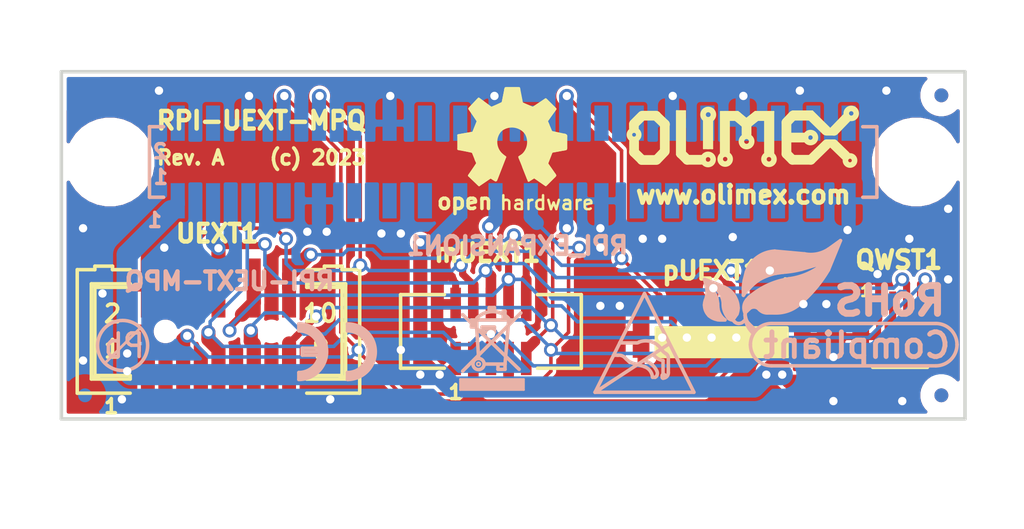
<source format=kicad_pcb>
(kicad_pcb (version 20171130) (host pcbnew 5.1.0-rc2-unknown-036be7d~80~ubuntu16.04.1)
  (title_block (title RPI-UEXT-MPQ) (date 2023-05-22) (rev A) (company "OLIMEX LTD") (comment 1 "(c) 2023"))
  (layers (0 F.Cu signal) (31 B.Cu signal) (34 B.Paste user) (35 F.Paste user) (36 B.SilkS user) (37 F.SilkS user) (38 B.Mask user) (39 F.Mask user) (44 Edge.Cuts user))
  (net 0 "")
  (net 1 /SDA)
  (net 2 /SCL)
  (net 3 GND)
  (net 4 /CS)
  (net 5 /SCK)
  (net 6 /MOSI)
  (net 7 /MISO)
  (net 8 "Net-(FID1-PadFid1)")
  (net 9 "Net-(FID2-PadFid1)")
  (net 10 "Net-(FID3-PadFid1)")
  (net 11 /UART-TX)
  (net 12 /UART-RX)
  (net 13 "Net-(RPI_EXPANSION1-Pad7)")
  (net 14 "Net-(RPI_EXPANSION1-Pad16)")
  (net 15 "Net-(RPI_EXPANSION1-Pad38)")
  (net 16 "Net-(RPI_EXPANSION1-Pad13)")
  (net 17 "Net-(RPI_EXPANSION1-Pad2)")
  (net 18 "Net-(RPI_EXPANSION1-Pad15)")
  (net 19 "Net-(RPI_EXPANSION1-Pad40)")
  (net 20 "Net-(RPI_EXPANSION1-Pad37)")
  (net 21 "Net-(RPI_EXPANSION1-Pad36)")
  (net 22 "Net-(RPI_EXPANSION1-Pad35)")
  (net 23 "Net-(RPI_EXPANSION1-Pad26)")
  (net 24 "Net-(RPI_EXPANSION1-Pad32)")
  (net 25 "Net-(RPI_EXPANSION1-Pad4)")
  (net 26 "Net-(RPI_EXPANSION1-Pad33)")
  (net 27 "Net-(RPI_EXPANSION1-Pad28)")
  (net 28 "Net-(RPI_EXPANSION1-Pad27)")
  (net 29 "Net-(RPI_EXPANSION1-Pad29)")
  (net 30 "Net-(RPI_EXPANSION1-Pad11)")
  (net 31 "Net-(RPI_EXPANSION1-Pad22)")
  (net 32 "Net-(RPI_EXPANSION1-Pad12)")
  (net 33 "Net-(RPI_EXPANSION1-Pad18)")
  (net 34 "Net-(RPI_EXPANSION1-Pad31)")
  (net 35 +3.3V)
  (net 36 "Net-(FID4-PadFid1)")
  (net 37 "Net-(FID5-PadFid1)")
  (net 38 "Net-(FID6-PadFid1)")
  (module OLIMEX_Connectors-FP:F-V50X-2X20-LF (layer B.Cu) (at 130 60)
    (fp_text reference RPI_EXPANSION1 (at 0.302 6.04) (layer B.SilkS) (effects (font (size 1.27 1.27) (thickness 0.3175)) (justify mirror)))
    (fp_text value F-V50X-2X20-LF)
    (fp_text user 2 (at -25.4 -0.762) (layer B.SilkS) (effects (font (size 1.016 1.016) (thickness 0.254)) (justify mirror)))
    (fp_text user 1 (at -25.352 1.087) (layer B.SilkS) (effects (font (size 1.016 1.016) (thickness 0.254)) (justify mirror)))
    (fp_text user 1 (at -25.781 4.191) (layer B.SilkS) (effects (font (size 1.016 1.016) (thickness 0.254)) (justify mirror)))
    (pad 21 smd rect (at 1.27 2.794 270) (size 2.54 1.016) (layers B.Cu B.Mask) (net 7 /MISO))
    (pad 29 smd rect (at 11.43 2.794 270) (size 2.54 1.016) (layers B.Cu B.Mask) (net 29 "Net-(RPI_EXPANSION1-Pad29)"))
    (pad 27 smd rect (at 8.89 2.794 270) (size 2.54 1.016) (layers B.Cu B.Mask) (net 28 "Net-(RPI_EXPANSION1-Pad27)"))
    (pad 28 smd rect (at 8.89 -2.794 270) (size 2.54 1.016) (layers B.Cu B.Mask) (net 27 "Net-(RPI_EXPANSION1-Pad28)"))
    (pad 31 smd rect (at 13.97 2.794 270) (size 2.54 1.016) (layers B.Cu B.Mask) (net 34 "Net-(RPI_EXPANSION1-Pad31)"))
    (pad 39 smd rect (at 24.13 2.794 270) (size 2.54 1.016) (layers B.Cu B.Mask) (net 3 GND))
    (pad 37 smd rect (at 21.59 2.794 270) (size 2.54 1.016) (layers B.Cu B.Mask) (net 20 "Net-(RPI_EXPANSION1-Pad37)"))
    (pad 35 smd rect (at 19.05 2.794 270) (size 2.54 1.016) (layers B.Cu B.Mask) (net 22 "Net-(RPI_EXPANSION1-Pad35)"))
    (pad 33 smd rect (at 16.51 2.794 270) (size 2.54 1.016) (layers B.Cu B.Mask) (net 26 "Net-(RPI_EXPANSION1-Pad33)"))
    (pad 30 smd rect (at 11.43 -2.794 270) (size 2.54 1.016) (layers B.Cu B.Mask) (net 3 GND))
    (pad 23 smd rect (at 3.81 2.794 270) (size 2.54 1.016) (layers B.Cu B.Mask) (net 5 /SCK))
    (pad 38 smd rect (at 21.59 -2.794 270) (size 2.54 1.016) (layers B.Cu B.Mask) (net 15 "Net-(RPI_EXPANSION1-Pad38)"))
    (pad 40 smd rect (at 24.13 -2.794 270) (size 2.54 1.016) (layers B.Cu B.Mask) (net 19 "Net-(RPI_EXPANSION1-Pad40)"))
    (pad 36 smd rect (at 19.05 -2.794 270) (size 2.54 1.016) (layers B.Cu B.Mask) (net 21 "Net-(RPI_EXPANSION1-Pad36)"))
    (pad 32 smd rect (at 13.97 -2.794 270) (size 2.54 1.016) (layers B.Cu B.Mask) (net 24 "Net-(RPI_EXPANSION1-Pad32)"))
    (pad 34 smd rect (at 16.51 -2.794 270) (size 2.54 1.016) (layers B.Cu B.Mask) (net 3 GND))
    (pad 26 smd rect (at 6.35 -2.794 270) (size 2.54 1.016) (layers B.Cu B.Mask) (net 23 "Net-(RPI_EXPANSION1-Pad26)"))
    (pad 22 smd rect (at 1.27 -2.794 270) (size 2.54 1.016) (layers B.Cu B.Mask) (net 31 "Net-(RPI_EXPANSION1-Pad22)"))
    (pad 24 smd rect (at 3.81 -2.794 270) (size 2.54 1.016) (layers B.Cu B.Mask) (net 4 /CS))
    (pad 25 smd rect (at 6.35 2.794 270) (size 2.54 1.016) (layers B.Cu B.Mask) (net 3 GND))
    (pad 18 smd rect (at -3.81 -2.794 270) (size 2.54 1.016) (layers B.Cu B.Mask) (net 33 "Net-(RPI_EXPANSION1-Pad18)"))
    (pad 20 smd rect (at -1.27 -2.794 270) (size 2.54 1.016) (layers B.Cu B.Mask) (net 3 GND))
    (pad 16 smd rect (at -6.35 -2.794 270) (size 2.54 1.016) (layers B.Cu B.Mask) (net 14 "Net-(RPI_EXPANSION1-Pad16)"))
    (pad 12 smd rect (at -11.43 -2.794 270) (size 2.54 1.016) (layers B.Cu B.Mask) (net 32 "Net-(RPI_EXPANSION1-Pad12)"))
    (pad 14 smd rect (at -8.89 -2.794 270) (size 2.54 1.016) (layers B.Cu B.Mask) (net 3 GND))
    (pad 11 smd rect (at -11.43 2.794 270) (size 2.54 1.016) (layers B.Cu B.Mask) (net 30 "Net-(RPI_EXPANSION1-Pad11)"))
    (pad 19 smd rect (at -1.27 2.794 270) (size 2.54 1.016) (layers B.Cu B.Mask) (net 6 /MOSI))
    (pad 17 smd rect (at -3.81 2.794 270) (size 2.54 1.016) (layers B.Cu B.Mask) (net 35 +3.3V))
    (pad 13 smd rect (at -8.89 2.794 270) (size 2.54 1.016) (layers B.Cu B.Mask) (net 16 "Net-(RPI_EXPANSION1-Pad13)"))
    (pad 15 smd rect (at -6.35 2.794 270) (size 2.54 1.016) (layers B.Cu B.Mask) (net 18 "Net-(RPI_EXPANSION1-Pad15)"))
    (pad 10 smd rect (at -13.97 -2.794 270) (size 2.54 1.016) (layers B.Cu B.Mask) (net 12 /UART-RX))
    (pad 8 smd rect (at -16.51 -2.794 270) (size 2.54 1.016) (layers B.Cu B.Mask) (net 11 /UART-TX))
    (pad 6 smd rect (at -19.05 -2.794 270) (size 2.54 1.016) (layers B.Cu B.Mask) (net 3 GND))
    (pad 4 smd rect (at -21.59 -2.794 270) (size 2.54 1.016) (layers B.Cu B.Mask) (net 25 "Net-(RPI_EXPANSION1-Pad4)"))
    (pad 2 smd rect (at -24.13 -2.794 270) (size 2.54 1.016) (layers B.Cu B.Mask) (net 17 "Net-(RPI_EXPANSION1-Pad2)"))
    (pad 9 smd rect (at -13.97 2.794 270) (size 2.54 1.016) (layers B.Cu B.Mask) (net 3 GND))
    (pad 7 smd rect (at -16.51 2.794 270) (size 2.54 1.016) (layers B.Cu B.Mask) (net 13 "Net-(RPI_EXPANSION1-Pad7)"))
    (pad 5 smd rect (at -19.05 2.794 270) (size 2.54 1.016) (layers B.Cu B.Mask) (net 2 /SCL))
    (pad 3 smd rect (at -21.59 2.794 270) (size 2.54 1.016) (layers B.Cu B.Mask) (net 1 /SDA))
    (pad 1 smd rect (at -24.13 2.794 270) (size 2.54 1.016) (layers B.Cu B.Mask) (net 35 +3.3V))
  )
  (module OLIMEX_Signs-FP:Sign_RoHS_1 (layer B.Cu) (at 160.909 74.041 180)
    (fp_text reference Sign_RoHS_1 hide)
    (fp_text value Sign_RoHS_1 hide)
    (fp_text user Compliant (at 6.20014 0.8382 180) (layer B.SilkS) (effects (font (size 1.778 1.778) (thickness 0.35)) (justify mirror)))
    (fp_text user RoHS (at 3.81508 4.04368 180) (layer B.SilkS) (effects (font (size 2 2) (thickness 0.5)) (justify mirror)))
  )
  (module OLIMEX_Signs-FP:Sign_RecycleBin_1 (layer B.Cu) (at 130.81 76.454 180)
    (fp_text reference Sign_RecycleBin_1 hide)
    (fp_text value Sign_RecycleBin_1 hide)
  )
  (module OLIMEX_Signs-FP:Sign_PB-Free (layer B.Cu) (at 102.108 72.898)
    (fp_text reference Sign_PB-Free)
    (fp_text value Sign_PB-Free)
    (fp_text user Pb (at -0.08636 0.33528) (layer B.SilkS) (effects (font (size 1.7 1.5) (thickness 0.254)) (justify mirror)))
  )
  (module OLIMEX_Signs-FP:Sign_OSHW_8x8 (layer F.Cu) (at 129.921 58.674)
    (fp_text reference Sign_OSHW_8x8 hide)
    (fp_text value Sign_OSHW_8x8 hide)
    (fp_text user open (at -3.40106 4.17576) (layer F.SilkS) (effects (font (size 1.1 1.1) (thickness 0.254))))
    (fp_text user hardware (at 2.51206 4.2672) (layer F.SilkS) (effects (font (thickness 0.18))))
  )
  (module OLIMEX_Signs-FP:Sign_Antistatic (layer B.Cu) (at 143.002 76.581 180)
    (fp_text reference Sign_Antistatic hide)
    (fp_text value Sign_Antistatic hide)
  )
  (module OLIMEX_Signs-FP:Logo_OLIMEX_TB (layer F.Cu) (at 146.685 58.166)
    (fp_text reference Logo_OLIMEX_TB hide)
    (fp_text value Logo_OLIMEX_TB hide)
  )
  (module OLIMEX_Signs-FP:CE_Sign (layer B.Cu) (at 116.332 73.66 180)
    (fp_text reference Sign_CE hide)
    (fp_text value CE_Sign hide)
  )
  (module OLIMEX_Other-FP:Mounting_hole_3.3mm (layer F.Cu) (at 159 60)
    (fp_text reference MH2 hide)
    (fp_text value Mounting_Hole_NPTH hide)
    (pad "" np_thru_hole circle (at 0 0) (size 3.3 3.3) (drill 3.3) (layers *.Cu *.Mask) (clearance 1.55))
  )
  (module OLIMEX_Other-FP:Mounting_hole_3.3mm (layer F.Cu) (at 101 60)
    (fp_text reference MH1 hide)
    (fp_text value Mounting_Hole_NPTH hide)
    (pad "" np_thru_hole circle (at 0 0) (size 3.3 3.3) (drill 3.3) (layers *.Cu *.Mask) (clearance 1.55))
  )
  (module OLIMEX_Connectors-FP:SM04B-SRSS-TB (layer F.Cu) (at 157.8 72.2)
    (fp_text reference QWST1 (at -0.066 -5.144) (layer F.SilkS) (effects (font (size 1.27 1.27) (thickness 0.3175))))
    (fp_text value SH1.0-4P-90D)
    (fp_text user 1 (at -2.461 -2.894) (layer F.SilkS) (effects (font (size 0.762 0.762) (thickness 0.1905))))
    (pad 1 smd rect (at -1.5 -2.1) (size 0.5 1.55) (layers F.Cu F.Paste F.Mask) (net 3 GND))
    (pad 0 smd rect (at 2.8 0.375) (size 1.2 4.5) (layers F.Cu F.Paste F.Mask) (net 3 GND))
    (pad 0 smd rect (at -2.8 0.375) (size 1.2 4.5) (layers F.Cu F.Paste F.Mask) (net 3 GND))
    (pad 3 smd rect (at 0.5 -2.1) (size 0.5 1.55) (layers F.Cu F.Paste F.Mask) (net 1 /SDA))
    (pad 2 smd rect (at -0.5 -2.1) (size 0.5 1.55) (layers F.Cu F.Paste F.Mask) (net 35 +3.3V))
    (pad 4 smd rect (at 1.5 -2.1) (size 0.5 1.55) (layers F.Cu F.Paste F.Mask) (net 2 /SCL))
  )
  (module OLIMEX_Connectors-FP:BM10B-SRSS-TB (layer F.Cu) (at 145 72.2 180)
    (fp_text reference pUEXT1 (at 0.728 4.382 180) (layer F.SilkS) (effects (font (size 1.27 1.27) (thickness 0.3175))))
    (fp_text value SH1.0-10P-180D)
    (fp_text user 1 (at -4.572 3.218 180) (layer F.SilkS) (effects (font (size 1.016 1.016) (thickness 0.254))))
    (pad 1 smd rect (at -4.5 1.425 180) (size 0.6 1.55) (layers F.Cu F.Paste F.Mask) (net 35 +3.3V))
    (pad 2 smd rect (at -3.5 1.425 180) (size 0.6 1.55) (layers F.Cu F.Paste F.Mask) (net 3 GND))
    (pad 3 smd rect (at -2.5 1.425 180) (size 0.6 1.55) (layers F.Cu F.Paste F.Mask) (net 11 /UART-TX))
    (pad 4 smd rect (at -1.5 1.425 180) (size 0.6 1.55) (layers F.Cu F.Paste F.Mask) (net 12 /UART-RX))
    (pad 5 smd rect (at -0.5 1.425 180) (size 0.6 1.55) (layers F.Cu F.Paste F.Mask) (net 2 /SCL))
    (pad 6 smd rect (at 0.5 1.425 180) (size 0.6 1.55) (layers F.Cu F.Paste F.Mask) (net 1 /SDA))
    (pad 7 smd rect (at 1.5 1.425 180) (size 0.6 1.55) (layers F.Cu F.Paste F.Mask) (net 7 /MISO))
    (pad 8 smd rect (at 2.5 1.425 180) (size 0.6 1.55) (layers F.Cu F.Paste F.Mask) (net 6 /MOSI))
    (pad 9 smd rect (at 3.5 1.425 180) (size 0.6 1.55) (layers F.Cu F.Paste F.Mask) (net 5 /SCK))
    (pad 10 smd rect (at 4.5 1.425 180) (size 0.6 1.55) (layers F.Cu F.Paste F.Mask) (net 4 /CS))
    (pad 0 smd rect (at -5.8 -0.35 180) (size 1.2 3.1) (layers F.Cu F.Paste F.Mask) (net 3 GND))
    (pad 0 smd rect (at 5.8 -0.35 180) (size 1.2 3.1) (layers F.Cu F.Paste F.Mask) (net 3 GND))
  )
  (module OLIMEX_Connectors-FP:HAB-VCR-010-LF (layer F.Cu) (at 128.4 72.2)
    (fp_text reference mUEXT1 (at -0.257 -5.652) (layer F.SilkS) (effects (font (size 1.27 1.27) (thickness 0.3175))))
    (fp_text value HAB-VCR-010-LF)
    (fp_text user 1 (at -2.543 4.381) (layer F.SilkS) (effects (font (size 1.016 1.016) (thickness 0.254))))
    (pad "" np_thru_hole circle (at -1.905 0 90) (size 0.7 0.7) (drill 0.7) (layers *.Cu *.Mask))
    (pad "" np_thru_hole circle (at 1.905 0 90) (size 0.7 0.7) (drill 0.7) (layers *.Cu *.Mask))
    (pad 4 smd rect (at -1.27 -1.9505 90) (size 2.4 0.76) (layers F.Cu F.Paste F.Mask) (net 12 /UART-RX))
    (pad 6 smd rect (at 0 -1.9505 90) (size 2.4 0.76) (layers F.Cu F.Paste F.Mask) (net 1 /SDA))
    (pad 10 smd rect (at 2.54 -1.9505 90) (size 2.4 0.76) (layers F.Cu F.Paste F.Mask) (net 4 /CS))
    (pad 8 smd rect (at 1.27 -1.9505 90) (size 2.4 0.76) (layers F.Cu F.Paste F.Mask) (net 6 /MOSI))
    (pad 2 smd rect (at -2.54 -1.9505 90) (size 2.4 0.76) (layers F.Cu F.Paste F.Mask) (net 3 GND))
    (pad 9 smd rect (at 2.54 1.9505 90) (size 2.4 0.76) (layers F.Cu F.Paste F.Mask) (net 5 /SCK))
    (pad 7 smd rect (at 1.27 1.9505 90) (size 2.4 0.76) (layers F.Cu F.Paste F.Mask) (net 7 /MISO))
    (pad 5 smd rect (at 0 1.9505 90) (size 2.4 0.76) (layers F.Cu F.Paste F.Mask) (net 2 /SCL))
    (pad 3 smd rect (at -1.27 1.9505 90) (size 2.4 0.76) (layers F.Cu F.Paste F.Mask) (net 11 /UART-TX))
    (pad 1 smd rect (at -2.54 1.9505 90) (size 2.4 0.76) (layers F.Cu F.Paste F.Mask) (net 35 +3.3V))
  )
  (module OLIMEX_Connectors-FP:GBH-254-SMT-10 (layer F.Cu) (at 108.8 72.2)
    (fp_text reference UEXT1 (at -0.088 -7.049) (layer F.SilkS) (effects (font (size 1.27 1.27) (thickness 0.3175))))
    (fp_text value P-B-V-10-LF)
    (fp_text user 10 (at 7.32 -1.306) (layer F.SilkS) (effects (font (size 1.27 1.27) (thickness 0.254))))
    (fp_text user 1 (at -7.62 1.27) (layer F.SilkS) (effects (font (size 1.27 1.27) (thickness 0.254))))
    (fp_text user 2 (at -7.62 -1.27) (layer F.SilkS) (effects (font (size 1.27 1.27) (thickness 0.254))))
    (fp_text user 9 (at 7.366 1.27) (layer F.SilkS) (effects (font (size 1.27 1.27) (thickness 0.254))))
    (pad "" np_thru_hole circle (at 3.81 0) (size 1.2 1.2) (drill 1.2) (layers *.Cu *.Mask))
    (pad 1 smd rect (at -5.08 3.125 90) (size 4.25 1) (layers F.Cu F.Mask) (net 35 +3.3V))
    (pad 2 smd rect (at -5.08 -3.125 90) (size 4.25 1) (layers F.Cu F.Mask) (net 3 GND))
    (pad 3 smd rect (at -2.54 3.125 90) (size 4.25 1) (layers F.Cu F.Mask) (net 11 /UART-TX))
    (pad 4 smd rect (at -2.54 -3.125 90) (size 4.25 1) (layers F.Cu F.Mask) (net 12 /UART-RX))
    (pad 5 smd rect (at 0 3.125 90) (size 4.25 1) (layers F.Cu F.Mask) (net 2 /SCL))
    (pad 6 smd rect (at 0 -3.125 90) (size 4.25 1) (layers F.Cu F.Mask) (net 1 /SDA))
    (pad 7 smd rect (at 2.54 3.125 90) (size 4.25 1) (layers F.Cu F.Mask) (net 7 /MISO))
    (pad 8 smd rect (at 2.54 -3.125 90) (size 4.25 1) (layers F.Cu F.Mask) (net 6 /MOSI))
    (pad 9 smd rect (at 5.08 3.125 90) (size 4.25 1) (layers F.Cu F.Mask) (net 5 /SCK))
    (pad 10 smd rect (at 5.08 -3.125 90) (size 4.25 1) (layers F.Cu F.Mask) (net 4 /CS))
    (pad "" np_thru_hole circle (at -3.81 0) (size 1.2 1.2) (drill 1.2) (layers *.Cu *.Mask))
  )
  (module OLIMEX_Other-FP:Fiducial1x3 (layer F.Cu) (at 99.2 55.2)
    (fp_text reference FID1 hide)
    (fp_text value Fiducial hide)
    (pad Fid1 connect circle (at 0 0) (size 1 1) (layers F.Cu F.Mask) (net 8 "Net-(FID1-PadFid1)") (clearance 1.016))
  )
  (module OLIMEX_Other-FP:Fiducial1x3 (layer F.Cu) (at 160.8 55.2)
    (fp_text reference FID2 hide)
    (fp_text value Fiducial hide)
    (pad Fid1 connect circle (at 0 0) (size 1 1) (layers F.Cu F.Mask) (net 9 "Net-(FID2-PadFid1)") (clearance 1.016))
  )
  (module OLIMEX_Other-FP:Fiducial1x3 (layer F.Cu) (at 160.8 76.8)
    (fp_text reference FID3 hide)
    (fp_text value Fiducial hide)
    (pad Fid1 connect circle (at 0 0) (size 1 1) (layers F.Cu F.Mask) (net 10 "Net-(FID3-PadFid1)") (clearance 1.016))
  )
  (module OLIMEX_Other-FP:Fiducial1x3 (layer B.Cu) (at 99.2 76.8)
    (fp_text reference FID4 hide)
    (fp_text value Fiducial hide)
    (pad Fid1 connect circle (at 0 0) (size 1 1) (layers B.Cu B.Mask) (net 36 "Net-(FID4-PadFid1)") (clearance 1.016))
  )
  (module OLIMEX_Other-FP:Fiducial1x3 (layer B.Cu) (at 160.8 76.8)
    (fp_text reference FID5 hide)
    (fp_text value Fiducial hide)
    (pad Fid1 connect circle (at 0 0) (size 1 1) (layers B.Cu B.Mask) (net 37 "Net-(FID5-PadFid1)") (clearance 1.016))
  )
  (module OLIMEX_Other-FP:Fiducial1x3 (layer B.Cu) (at 160.8 55.2)
    (fp_text reference FID6 hide)
    (fp_text value Fiducial hide)
    (pad Fid1 connect circle (at 0 0) (size 1 1) (layers B.Cu B.Mask) (net 38 "Net-(FID6-PadFid1)") (clearance 1.016))
  )
  (gr_text 1 (at 101.092 77.597) (layer F.SilkS) (effects (font (size 1.016 1.016) (thickness 0.254))))
  (gr_text "(c) 2023" (at 115.951 59.69) (layer F.SilkS) (effects (font (size 1.016 1.016) (thickness 0.254))))
  (gr_text www.olimex.com (at 146.558 62.357) (layer F.SilkS) (effects (font (size 1.27 1.27) (thickness 0.3175))))
  (gr_text RPI-UEXT-MPQ (at 109.601 68.58) (layer B.SilkS) (effects (font (size 1.27 1.27) (thickness 0.3175)) (justify mirror)))
  (gr_text "Rev. A" (at 106.807 59.69) (layer F.SilkS) (effects (font (size 1.016 1.016) (thickness 0.254))))
  (gr_text RPI-UEXT-MPQ (at 111.887 57.023) (layer F.SilkS) (effects (font (size 1.27 1.27) (thickness 0.3175))))
  (gr_line (start 162.5 78.5) (end 97.5 78.5) (layer Edge.Cuts) (width 0.254))
  (gr_line (start 162.5 53.5) (end 162.5 78.5) (layer Edge.Cuts) (width 0.254))
  (gr_line (start 97.5 53.5) (end 97.5 78.5) (layer Edge.Cuts) (width 0.254))
  (gr_line (start 162.5 53.5) (end 97.5 53.5) (layer Edge.Cuts) (width 0.254))
  (via (at 144.399 69.088) (size 1) (drill 0.6) (layers F.Cu B.Cu) (net 1))
  (segment (start 144.5 70.775) (end 144.5 69.189) (width 0.508) (layer F.Cu) (net 1))
  (segment (start 144.5 69.189) (end 144.399 69.088) (width 0.508) (layer F.Cu) (net 1))
  (segment (start 158.3 68.765) (end 157.988 68.453) (width 0.508) (layer F.Cu) (net 1))
  (via (at 157.988 68.453) (size 1) (drill 0.6) (layers F.Cu B.Cu) (net 1))
  (segment (start 158.3 70.1) (end 158.3 68.765) (width 0.508) (layer F.Cu) (net 1))
  (segment (start 157.353 69.088) (end 157.988 68.453) (width 0.254) (layer B.Cu) (net 1))
  (segment (start 144.399 69.088) (end 157.353 69.088) (width 0.254) (layer B.Cu) (net 1))
  (segment (start 108.8 66.206) (end 108.8 69.075) (width 1.016) (layer F.Cu) (net 1))
  (via (at 108.8 66.206) (size 1) (drill 0.6) (layers F.Cu B.Cu) (net 1))
  (segment (start 108.41 65.816) (end 108.41 62.794) (width 1.016) (layer B.Cu) (net 1))
  (segment (start 108.8 66.206) (end 108.41 65.816) (width 1.016) (layer B.Cu) (net 1))
  (via (at 112.141 65.913) (size 1) (drill 0.6) (layers F.Cu B.Cu) (net 1))
  (segment (start 112.030471 66.023529) (end 108.982471 66.023529) (width 0.508) (layer F.Cu) (net 1))
  (segment (start 108.982471 66.023529) (end 108.8 66.206) (width 0.508) (layer F.Cu) (net 1))
  (segment (start 112.141 65.913) (end 112.030471 66.023529) (width 0.508) (layer F.Cu) (net 1))
  (segment (start 112.141 67.437) (end 112.141 65.913) (width 0.254) (layer B.Cu) (net 1))
  (segment (start 113.411 68.707) (end 112.141 67.437) (width 0.254) (layer B.Cu) (net 1))
  (segment (start 130.81 67.31) (end 132.715 69.215) (width 0.254) (layer B.Cu) (net 1))
  (segment (start 128.524 67.31) (end 130.81 67.31) (width 0.254) (layer B.Cu) (net 1))
  (segment (start 128.016 67.818) (end 128.524 67.31) (width 0.254) (layer B.Cu) (net 1))
  (segment (start 128.016 67.818) (end 127.127 68.707) (width 0.254) (layer B.Cu) (net 1))
  (via (at 128.016 67.818) (size 1) (drill 0.6) (layers F.Cu B.Cu) (net 1))
  (segment (start 132.715 69.215) (end 144.272 69.215) (width 0.254) (layer B.Cu) (net 1))
  (segment (start 144.272 69.215) (end 144.399 69.088) (width 0.254) (layer B.Cu) (net 1))
  (segment (start 128.016 67.818) (end 128.4 68.202) (width 0.762) (layer F.Cu) (net 1))
  (segment (start 127.127 68.707) (end 113.411 68.707) (width 0.254) (layer B.Cu) (net 1))
  (segment (start 128.4 68.202) (end 128.4 70.2495) (width 0.762) (layer F.Cu) (net 1))
  (via (at 108.077 72.263) (size 1) (drill 0.6) (layers F.Cu B.Cu) (net 2))
  (segment (start 108.077 72.771) (end 108.077 72.263) (width 1.016) (layer F.Cu) (net 2))
  (segment (start 108.8 73.494) (end 108.077 72.771) (width 1.016) (layer F.Cu) (net 2))
  (segment (start 108.8 75.325) (end 108.8 73.494) (width 1.016) (layer F.Cu) (net 2))
  (via (at 146.05 72.644) (size 1) (drill 0.6) (layers F.Cu B.Cu) (net 2))
  (segment (start 146.05 72.644) (end 145.5 72.094) (width 0.508) (layer F.Cu) (net 2))
  (segment (start 145.5 72.094) (end 145.5 70.775) (width 0.508) (layer F.Cu) (net 2))
  (via (at 159.639 68.453) (size 1) (drill 0.6) (layers F.Cu B.Cu) (net 2))
  (segment (start 159.3 68.792) (end 159.639 68.453) (width 0.508) (layer F.Cu) (net 2))
  (segment (start 159.3 70.1) (end 159.3 68.792) (width 0.508) (layer F.Cu) (net 2))
  (via (at 128.397 72.39) (size 1) (drill 0.6) (layers F.Cu B.Cu) (net 2))
  (segment (start 128.397 72.39) (end 128.4 72.393) (width 0.508) (layer F.Cu) (net 2))
  (segment (start 128.4 72.393) (end 128.4 74.1505) (width 0.6096) (layer F.Cu) (net 2))
  (segment (start 110.95 62.794) (end 110.95 64.564) (width 1.016) (layer B.Cu) (net 2))
  (segment (start 108.204 72.136) (end 108.077 72.263) (width 0.254) (layer B.Cu) (net 2))
  (segment (start 110.95 64.564) (end 110.871 64.643) (width 0.254) (layer B.Cu) (net 2))
  (segment (start 110.871 64.643) (end 110.871 68.834) (width 0.254) (layer B.Cu) (net 2))
  (segment (start 110.871 68.834) (end 108.204 71.501) (width 0.254) (layer B.Cu) (net 2))
  (segment (start 108.204 71.501) (end 108.204 72.136) (width 0.254) (layer B.Cu) (net 2))
  (segment (start 129.159 72.39) (end 131.445 74.676) (width 0.254) (layer B.Cu) (net 2))
  (segment (start 145.923 72.644) (end 146.05 72.644) (width 0.254) (layer B.Cu) (net 2))
  (segment (start 128.397 72.39) (end 129.159 72.39) (width 0.254) (layer B.Cu) (net 2))
  (segment (start 131.445 74.676) (end 143.891 74.676) (width 0.254) (layer B.Cu) (net 2))
  (segment (start 143.891 74.676) (end 145.923 72.644) (width 0.254) (layer B.Cu) (net 2))
  (segment (start 117.094 73.279) (end 109.093 73.279) (width 0.254) (layer B.Cu) (net 2))
  (segment (start 118.11 72.263) (end 117.094 73.279) (width 0.254) (layer B.Cu) (net 2))
  (segment (start 109.093 73.279) (end 108.077 72.263) (width 0.254) (layer B.Cu) (net 2))
  (segment (start 124.968 72.263) (end 118.11 72.263) (width 0.254) (layer B.Cu) (net 2))
  (segment (start 128.397 72.39) (end 127.635 72.39) (width 0.254) (layer B.Cu) (net 2))
  (segment (start 127.635 72.39) (end 126.873 73.152) (width 0.254) (layer B.Cu) (net 2))
  (segment (start 126.873 73.152) (end 125.857 73.152) (width 0.254) (layer B.Cu) (net 2))
  (segment (start 125.857 73.152) (end 124.968 72.263) (width 0.254) (layer B.Cu) (net 2))
  (segment (start 159.639 68.58) (end 159.639 68.453) (width 0.254) (layer B.Cu) (net 2))
  (segment (start 155.575 72.644) (end 159.639 68.58) (width 0.254) (layer B.Cu) (net 2))
  (segment (start 146.05 72.644) (end 155.575 72.644) (width 0.254) (layer B.Cu) (net 2))
  (via (at 110.998 55.245) (size 1) (drill 0.6) (layers F.Cu B.Cu) (net 3))
  (segment (start 110.95 55.293) (end 110.998 55.245) (width 1.016) (layer B.Cu) (net 3))
  (segment (start 110.95 57.206) (end 110.95 55.293) (width 1.016) (layer B.Cu) (net 3))
  (via (at 121.158 55.245) (size 1) (drill 0.6) (layers F.Cu B.Cu) (net 3))
  (segment (start 121.11 55.293) (end 121.158 55.245) (width 1.016) (layer B.Cu) (net 3))
  (segment (start 121.11 57.206) (end 121.11 55.293) (width 1.016) (layer B.Cu) (net 3))
  (via (at 128.651 55.245) (size 1) (drill 0.6) (layers F.Cu B.Cu) (net 3))
  (segment (start 128.73 55.324) (end 128.651 55.245) (width 1.016) (layer B.Cu) (net 3))
  (segment (start 128.73 57.206) (end 128.73 55.324) (width 1.016) (layer B.Cu) (net 3))
  (segment (start 141.43 55.293) (end 141.478 55.245) (width 1.016) (layer B.Cu) (net 3))
  (via (at 141.478 55.245) (size 1) (drill 0.6) (layers F.Cu B.Cu) (net 3))
  (segment (start 141.43 57.206) (end 141.43 55.293) (width 1.016) (layer B.Cu) (net 3))
  (segment (start 146.51 55.293) (end 146.558 55.245) (width 1.016) (layer B.Cu) (net 3))
  (via (at 146.558 55.245) (size 1) (drill 0.6) (layers F.Cu B.Cu) (net 3))
  (segment (start 146.51 57.206) (end 146.51 55.293) (width 1.016) (layer B.Cu) (net 3))
  (via (at 154.051 64.897) (size 1) (drill 0.6) (layers F.Cu B.Cu) (net 3))
  (segment (start 154.13 64.818) (end 154.051 64.897) (width 1.016) (layer B.Cu) (net 3))
  (segment (start 154.13 62.794) (end 154.13 64.818) (width 1.016) (layer B.Cu) (net 3))
  (segment (start 121.158 55.245) (end 128.651 55.245) (width 1.016) (layer F.Cu) (net 3))
  (segment (start 141.478 55.245) (end 146.558 55.245) (width 1.016) (layer F.Cu) (net 3))
  (segment (start 154.051 62.738) (end 154.051 64.897) (width 1.016) (layer F.Cu) (net 3))
  (segment (start 146.558 55.245) (end 154.051 62.738) (width 1.016) (layer F.Cu) (net 3))
  (segment (start 139.319 57.404) (end 141.478 55.245) (width 1.016) (layer F.Cu) (net 3))
  (via (at 139.319 65.532) (size 1) (drill 0.6) (layers F.Cu B.Cu) (net 3))
  (segment (start 139.319 65.532) (end 139.319 57.404) (width 1.016) (layer F.Cu) (net 3))
  (via (at 148.463 67.818) (size 1) (drill 0.6) (layers F.Cu B.Cu) (net 3))
  (segment (start 148.5 67.855) (end 148.5 70.775) (width 0.508) (layer F.Cu) (net 3))
  (segment (start 148.463 67.818) (end 148.5 67.855) (width 0.508) (layer F.Cu) (net 3))
  (via (at 150.876 70.231) (size 1) (drill 0.6) (layers F.Cu B.Cu) (net 3))
  (segment (start 150.8 70.307) (end 150.876 70.231) (width 0.762) (layer F.Cu) (net 3))
  (segment (start 150.8 72.55) (end 150.8 70.307) (width 0.762) (layer F.Cu) (net 3))
  (segment (start 148.266283 72.459717) (end 148.266283 73.348717) (width 0.508) (layer F.Cu) (net 3))
  (segment (start 148.266283 73.348717) (end 146.939 74.676) (width 0.508) (layer F.Cu) (net 3))
  (segment (start 148.5 72.226) (end 148.266283 72.459717) (width 0.508) (layer F.Cu) (net 3))
  (segment (start 148.5 70.775) (end 148.5 72.226) (width 0.508) (layer F.Cu) (net 3))
  (via (at 153.035 74.041) (size 1) (drill 0.6) (layers F.Cu B.Cu) (net 3))
  (via (at 153.035 77.216) (size 1) (drill 0.6) (layers F.Cu B.Cu) (net 3))
  (via (at 161.29 68.453) (size 1) (drill 0.6) (layers F.Cu B.Cu) (net 3))
  (via (at 161.29 63.373) (size 1) (drill 0.6) (layers F.Cu B.Cu) (net 3))
  (via (at 158.496 65.532) (size 1) (drill 0.6) (layers F.Cu B.Cu) (net 3))
  (via (at 156.21 68.072) (size 1) (drill 0.6) (layers F.Cu B.Cu) (net 3))
  (segment (start 156.3 68.162) (end 156.21 68.072) (width 0.508) (layer F.Cu) (net 3))
  (segment (start 156.3 70.1) (end 156.3 68.162) (width 0.508) (layer F.Cu) (net 3))
  (via (at 104.902 66.167) (size 1) (drill 0.6) (layers F.Cu B.Cu) (net 3))
  (segment (start 103.72 66.206) (end 103.72 69.075) (width 1.016) (layer F.Cu) (net 3))
  (segment (start 103.759 66.167) (end 103.72 66.206) (width 1.016) (layer F.Cu) (net 3))
  (segment (start 104.902 66.167) (end 103.759 66.167) (width 1.016) (layer F.Cu) (net 3))
  (segment (start 102.362 77.597) (end 101.854 77.089) (width 0.508) (layer B.Cu) (net 3))
  (segment (start 152.654 77.597) (end 102.362 77.597) (width 0.508) (layer B.Cu) (net 3))
  (segment (start 153.035 77.216) (end 152.654 77.597) (width 0.508) (layer B.Cu) (net 3))
  (via (at 101.854 77.089) (size 1) (drill 0.6) (layers F.Cu B.Cu) (net 3))
  (via (at 121.92 73.533) (size 1) (drill 0.6) (layers F.Cu B.Cu) (net 3))
  (via (at 120.523 65.151) (size 1) (drill 0.6) (layers F.Cu B.Cu) (net 3))
  (segment (start 121.92 65.151) (end 120.523 65.151) (width 1.016) (layer F.Cu) (net 3))
  (via (at 121.92 65.151) (size 1) (drill 0.6) (layers F.Cu B.Cu) (net 3))
  (segment (start 120.523 55.88) (end 121.158 55.245) (width 1.016) (layer F.Cu) (net 3))
  (segment (start 120.523 65.151) (end 120.523 55.88) (width 1.016) (layer F.Cu) (net 3))
  (via (at 115.189 65.024) (size 1) (drill 0.6) (layers F.Cu B.Cu) (net 3))
  (segment (start 116.586 65.024) (end 115.189 65.024) (width 1.016) (layer F.Cu) (net 3))
  (via (at 116.586 65.024) (size 1) (drill 0.6) (layers F.Cu B.Cu) (net 3))
  (segment (start 116.586 65.024) (end 116.713 65.151) (width 1.016) (layer B.Cu) (net 3))
  (segment (start 116.586 65.024) (end 115.189 65.024) (width 1.016) (layer B.Cu) (net 3))
  (segment (start 116.713 65.151) (end 120.523 65.151) (width 1.016) (layer B.Cu) (net 3))
  (segment (start 104.902 66.030334) (end 108.019334 62.913) (width 1.016) (layer F.Cu) (net 3))
  (segment (start 104.902 66.167) (end 104.902 66.030334) (width 1.016) (layer F.Cu) (net 3))
  (segment (start 108.019334 62.913) (end 115.141 62.913) (width 1.016) (layer F.Cu) (net 3))
  (segment (start 115.141 62.913) (end 115.189 62.865) (width 1.016) (layer F.Cu) (net 3))
  (segment (start 115.189 65.024) (end 115.189 62.865) (width 1.016) (layer F.Cu) (net 3))
  (segment (start 115.189 59.436) (end 110.998 55.245) (width 1.016) (layer F.Cu) (net 3))
  (segment (start 115.189 62.865) (end 115.189 59.436) (width 1.016) (layer F.Cu) (net 3))
  (segment (start 116.03 64.945) (end 116.03 62.794) (width 1.016) (layer B.Cu) (net 3))
  (segment (start 115.951 65.024) (end 116.03 64.945) (width 1.016) (layer B.Cu) (net 3))
  (segment (start 115.189 65.024) (end 115.951 65.024) (width 1.016) (layer B.Cu) (net 3))
  (segment (start 140.716 65.532) (end 139.319 65.532) (width 1.016) (layer B.Cu) (net 3))
  (via (at 140.716 65.532) (size 1) (drill 0.6) (layers F.Cu B.Cu) (net 3))
  (via (at 136.271 64.77) (size 1) (drill 0.6) (layers F.Cu B.Cu) (net 3))
  (segment (start 136.271 64.77) (end 136.35 64.691) (width 1.016) (layer B.Cu) (net 3))
  (segment (start 136.35 64.691) (end 136.35 62.794) (width 1.016) (layer B.Cu) (net 3))
  (via (at 136.271 66.167) (size 1) (drill 0.6) (layers F.Cu B.Cu) (net 3))
  (segment (start 136.271 66.167) (end 136.271 64.77) (width 1.016) (layer F.Cu) (net 3))
  (segment (start 136.271 66.167) (end 136.271 64.77) (width 1.016) (layer B.Cu) (net 3))
  (segment (start 123.063 62.484) (end 120.523 62.484) (width 1.016) (layer F.Cu) (net 3))
  (segment (start 133.985 62.484) (end 123.063 62.484) (width 1.016) (layer F.Cu) (net 3))
  (segment (start 136.271 64.77) (end 133.985 62.484) (width 1.016) (layer F.Cu) (net 3))
  (segment (start 124.631053 70.2495) (end 124.631053 62.820947) (width 0.762) (layer F.Cu) (net 3))
  (segment (start 124.631053 62.820947) (end 124.968 62.484) (width 0.762) (layer F.Cu) (net 3))
  (segment (start 125.86 70.2495) (end 124.631053 70.2495) (width 0.762) (layer F.Cu) (net 3))
  (via (at 116.84 77.089) (size 1) (drill 0.6) (layers F.Cu B.Cu) (net 3))
  (segment (start 136.271 70.358) (end 136.271 71.247) (width 0.762) (layer F.Cu) (net 3))
  (segment (start 136.271 71.247) (end 137.574 72.55) (width 0.762) (layer F.Cu) (net 3))
  (segment (start 136.271 70.358) (end 136.271 66.167) (width 0.508) (layer F.Cu) (net 3))
  (via (at 136.271 70.358) (size 1) (drill 0.6) (layers F.Cu B.Cu) (net 3))
  (segment (start 137.574 72.55) (end 139.2 72.55) (width 0.762) (layer F.Cu) (net 3))
  (via (at 137.668 70.358) (size 1) (drill 0.6) (layers F.Cu B.Cu) (net 3))
  (segment (start 152.527 70.231) (end 150.876 70.231) (width 0.762) (layer F.Cu) (net 3))
  (via (at 152.527 70.231) (size 1) (drill 0.6) (layers F.Cu B.Cu) (net 3))
  (segment (start 150.622 70.485) (end 150.876 70.231) (width 0.762) (layer B.Cu) (net 3))
  (segment (start 136.398 70.485) (end 150.622 70.485) (width 0.762) (layer B.Cu) (net 3))
  (segment (start 136.271 70.358) (end 136.398 70.485) (width 0.762) (layer B.Cu) (net 3))
  (segment (start 125.86 70.2495) (end 125.86 68.71) (width 0.508) (layer F.Cu) (net 3))
  (segment (start 125.86 68.71) (end 125.349 68.199) (width 0.508) (layer F.Cu) (net 3))
  (via (at 156.845 54.864) (size 1) (drill 0.6) (layers F.Cu B.Cu) (net 3))
  (via (at 150.622 54.864) (size 1) (drill 0.6) (layers F.Cu B.Cu) (net 3))
  (via (at 104.521 54.864) (size 1) (drill 0.6) (layers F.Cu B.Cu) (net 3))
  (via (at 99.06 64.77) (size 1) (drill 0.6) (layers F.Cu B.Cu) (net 3))
  (via (at 99.06 74.295) (size 1) (drill 0.6) (layers F.Cu B.Cu) (net 3))
  (via (at 100.457 69.469) (size 1) (drill 0.6) (layers F.Cu B.Cu) (net 3))
  (via (at 157.988 77.216) (size 1) (drill 0.6) (layers F.Cu B.Cu) (net 3))
  (via (at 145.796 65.405) (size 1) (drill 0.6) (layers F.Cu B.Cu) (net 3))
  (via (at 133.858 55.245) (size 1) (drill 0.6) (layers F.Cu B.Cu) (net 4))
  (segment (start 133.81 55.293) (end 133.858 55.245) (width 1.016) (layer B.Cu) (net 4))
  (segment (start 133.81 57.206) (end 133.81 55.293) (width 1.016) (layer B.Cu) (net 4))
  (via (at 115.443 66.675) (size 1) (drill 0.6) (layers F.Cu B.Cu) (net 4))
  (segment (start 113.88 68.120985) (end 113.88 69.075) (width 1.016) (layer F.Cu) (net 4))
  (segment (start 115.325985 66.675) (end 113.88 68.120985) (width 1.016) (layer F.Cu) (net 4))
  (segment (start 115.443 66.675) (end 115.325985 66.675) (width 1.016) (layer F.Cu) (net 4))
  (via (at 130.048 65.278) (size 1) (drill 0.6) (layers F.Cu B.Cu) (net 4))
  (segment (start 117.729 66.675) (end 115.443 66.675) (width 0.254) (layer B.Cu) (net 4))
  (segment (start 119.888 66.294) (end 118.11 66.294) (width 0.254) (layer B.Cu) (net 4))
  (segment (start 118.11 66.294) (end 117.729 66.675) (width 0.254) (layer B.Cu) (net 4))
  (segment (start 120.523 66.929) (end 119.888 66.294) (width 0.254) (layer B.Cu) (net 4))
  (segment (start 130.048 65.278) (end 129.794 65.278) (width 0.254) (layer B.Cu) (net 4))
  (segment (start 129.794 65.278) (end 129.413 65.659) (width 0.254) (layer B.Cu) (net 4))
  (segment (start 124.968 66.929) (end 120.523 66.929) (width 0.254) (layer B.Cu) (net 4))
  (segment (start 129.413 65.659) (end 126.238 65.659) (width 0.254) (layer B.Cu) (net 4))
  (segment (start 126.238 65.659) (end 124.968 66.929) (width 0.254) (layer B.Cu) (net 4))
  (segment (start 133.477 67.437) (end 131.699 65.659) (width 0.254) (layer B.Cu) (net 4))
  (segment (start 137.287 67.437) (end 133.477 67.437) (width 0.254) (layer B.Cu) (net 4))
  (segment (start 137.795 66.929) (end 137.287 67.437) (width 0.254) (layer B.Cu) (net 4))
  (via (at 137.795 66.929) (size 1) (drill 0.6) (layers F.Cu B.Cu) (net 4))
  (segment (start 131.699 65.659) (end 130.683 65.659) (width 0.254) (layer B.Cu) (net 4))
  (segment (start 130.683 65.659) (end 130.302 65.278) (width 0.254) (layer B.Cu) (net 4))
  (segment (start 130.302 65.278) (end 130.048 65.278) (width 0.254) (layer B.Cu) (net 4))
  (segment (start 140.5 70.775) (end 140.5 69.634) (width 0.508) (layer F.Cu) (net 4))
  (segment (start 140.5 69.634) (end 137.795 66.929) (width 0.254) (layer F.Cu) (net 4))
  (segment (start 130.94 66.17) (end 130.048 65.278) (width 0.508) (layer F.Cu) (net 4))
  (segment (start 130.94 68.45) (end 130.94 66.17) (width 0.508) (layer F.Cu) (net 4))
  (segment (start 130.94 68.45) (end 130.94 70.2495) (width 0.762) (layer F.Cu) (net 4))
  (segment (start 137.795 59.182) (end 133.858 55.245) (width 0.254) (layer F.Cu) (net 4))
  (segment (start 137.795 66.929) (end 137.795 59.182) (width 0.254) (layer F.Cu) (net 4))
  (segment (start 130.94 74.1505) (end 130.94 73.53) (width 0.762) (layer F.Cu) (net 5))
  (segment (start 130.94 73.53) (end 131.572 72.898) (width 0.762) (layer F.Cu) (net 5))
  (via (at 132.715 71.755) (size 1) (drill 0.6) (layers F.Cu B.Cu) (net 5))
  (via (at 140.716 72.644) (size 1) (drill 0.6) (layers F.Cu B.Cu) (net 5))
  (segment (start 140.716 72.644) (end 141.5 71.86) (width 0.508) (layer F.Cu) (net 5))
  (segment (start 141.5 71.86) (end 141.5 70.775) (width 0.508) (layer F.Cu) (net 5))
  (segment (start 113.88 73.064) (end 113.88 75.325) (width 1.016) (layer F.Cu) (net 5))
  (segment (start 114.427 72.517) (end 113.88 73.064) (width 0.508) (layer F.Cu) (net 5))
  (via (at 115.824 71.12) (size 1) (drill 0.6) (layers F.Cu B.Cu) (net 5))
  (segment (start 115.824 71.12) (end 114.427 72.517) (width 0.508) (layer F.Cu) (net 5))
  (via (at 133.858 64.77) (size 1) (drill 0.6) (layers F.Cu B.Cu) (net 5))
  (segment (start 133.81 64.722) (end 133.858 64.77) (width 1.016) (layer B.Cu) (net 5))
  (segment (start 133.81 62.794) (end 133.81 64.722) (width 1.016) (layer B.Cu) (net 5))
  (segment (start 132.588 71.755) (end 132.715 71.755) (width 0.254) (layer B.Cu) (net 5))
  (segment (start 131.318 70.485) (end 132.588 71.755) (width 0.254) (layer B.Cu) (net 5))
  (segment (start 116.459 70.485) (end 131.318 70.485) (width 0.254) (layer B.Cu) (net 5))
  (segment (start 115.824 71.12) (end 116.459 70.485) (width 0.254) (layer B.Cu) (net 5))
  (segment (start 133.604 72.644) (end 132.715 71.755) (width 0.254) (layer B.Cu) (net 5))
  (segment (start 140.716 72.644) (end 133.604 72.644) (width 0.254) (layer B.Cu) (net 5))
  (segment (start 132.715 71.755) (end 131.572 72.898) (width 0.254) (layer F.Cu) (net 5))
  (segment (start 132.842 71.628) (end 132.715 71.755) (width 0.254) (layer F.Cu) (net 5))
  (segment (start 132.842 65.786) (end 132.842 71.628) (width 0.254) (layer F.Cu) (net 5))
  (segment (start 133.858 64.77) (end 132.842 65.786) (width 0.254) (layer F.Cu) (net 5))
  (via (at 109.601 72.136) (size 1) (drill 0.6) (layers F.Cu B.Cu) (net 6))
  (via (at 142.494 72.644) (size 1) (drill 0.6) (layers F.Cu B.Cu) (net 6))
  (segment (start 142.494 72.644) (end 142.5 72.638) (width 0.508) (layer F.Cu) (net 6))
  (segment (start 142.5 72.638) (end 142.5 70.775) (width 0.508) (layer F.Cu) (net 6))
  (segment (start 111.34 70.143) (end 111.34 69.075) (width 1.016) (layer F.Cu) (net 6))
  (segment (start 110.49 70.993) (end 111.34 70.143) (width 1.016) (layer F.Cu) (net 6))
  (segment (start 110.49 71.006738) (end 109.601 71.895738) (width 0.508) (layer F.Cu) (net 6))
  (segment (start 109.601 71.895738) (end 109.601 72.136) (width 0.508) (layer F.Cu) (net 6))
  (segment (start 110.49 70.993) (end 110.49 71.006738) (width 0.508) (layer F.Cu) (net 6))
  (segment (start 129.67 68.456) (end 129.67 70.2495) (width 0.762) (layer F.Cu) (net 6))
  (segment (start 129.667 68.453) (end 129.67 68.456) (width 0.762) (layer F.Cu) (net 6))
  (segment (start 109.601 71.882) (end 109.601 72.136) (width 0.254) (layer B.Cu) (net 6))
  (via (at 129.667 68.453) (size 1) (drill 0.6) (layers F.Cu B.Cu) (net 6))
  (segment (start 129.667 68.453) (end 128.524 69.596) (width 0.254) (layer B.Cu) (net 6))
  (segment (start 111.887 69.596) (end 109.601 71.882) (width 0.254) (layer B.Cu) (net 6))
  (segment (start 128.524 69.596) (end 111.887 69.596) (width 0.254) (layer B.Cu) (net 6))
  (segment (start 128.27 65.405) (end 129.667 66.802) (width 0.508) (layer F.Cu) (net 6))
  (via (at 128.27 64.643) (size 1) (drill 0.6) (layers F.Cu B.Cu) (net 6))
  (segment (start 128.73 64.183) (end 128.73 62.794) (width 1.016) (layer B.Cu) (net 6))
  (segment (start 128.27 64.643) (end 128.73 64.183) (width 1.016) (layer B.Cu) (net 6))
  (segment (start 129.667 66.802) (end 129.667 68.453) (width 0.508) (layer F.Cu) (net 6))
  (segment (start 128.27 64.643) (end 128.27 65.405) (width 0.508) (layer F.Cu) (net 6))
  (segment (start 141.351 71.501) (end 142.494 72.644) (width 0.254) (layer B.Cu) (net 6))
  (segment (start 129.667 68.453) (end 130.683 68.453) (width 0.254) (layer B.Cu) (net 6))
  (segment (start 130.683 68.453) (end 132.588 70.358) (width 0.254) (layer B.Cu) (net 6))
  (segment (start 132.588 70.358) (end 133.477 70.358) (width 0.254) (layer B.Cu) (net 6))
  (segment (start 134.62 71.501) (end 141.351 71.501) (width 0.254) (layer B.Cu) (net 6))
  (segment (start 133.477 70.358) (end 134.62 71.501) (width 0.254) (layer B.Cu) (net 6))
  (segment (start 129.67 74.1505) (end 129.67 75.435) (width 0.762) (layer F.Cu) (net 7))
  (via (at 144.272 72.644) (size 1) (drill 0.6) (layers F.Cu B.Cu) (net 7))
  (segment (start 143.5 71.872) (end 143.5 70.775) (width 0.508) (layer F.Cu) (net 7))
  (segment (start 144.272 72.644) (end 143.5 71.872) (width 0.508) (layer F.Cu) (net 7))
  (segment (start 132.969 73.787) (end 143.129 73.787) (width 0.254) (layer B.Cu) (net 7))
  (segment (start 143.129 73.787) (end 144.272 72.644) (width 0.254) (layer B.Cu) (net 7))
  (segment (start 132.715 73.533) (end 132.969 73.787) (width 0.254) (layer B.Cu) (net 7))
  (via (at 132.715 73.533) (size 1) (drill 0.6) (layers F.Cu B.Cu) (net 7))
  (via (at 111.125 72.136) (size 1) (drill 0.6) (layers F.Cu B.Cu) (net 7))
  (segment (start 111.34 73.113) (end 111.34 75.325) (width 1.016) (layer F.Cu) (net 7))
  (segment (start 111.125 72.898) (end 111.34 73.113) (width 1.016) (layer F.Cu) (net 7))
  (segment (start 111.125 72.136) (end 111.125 72.898) (width 1.016) (layer F.Cu) (net 7))
  (via (at 134.747 66.167) (size 1) (drill 0.6) (layers F.Cu B.Cu) (net 7))
  (segment (start 131.27 63.96) (end 131.27 62.794) (width 1.016) (layer B.Cu) (net 7))
  (segment (start 131.699 64.389) (end 131.27 63.96) (width 1.016) (layer B.Cu) (net 7))
  (segment (start 133.477 66.167) (end 131.699 64.389) (width 0.254) (layer B.Cu) (net 7))
  (segment (start 134.747 66.167) (end 133.477 66.167) (width 0.254) (layer B.Cu) (net 7))
  (segment (start 117.475 71.374) (end 130.683 71.374) (width 0.254) (layer B.Cu) (net 7))
  (segment (start 116.459 72.39) (end 117.475 71.374) (width 0.254) (layer B.Cu) (net 7))
  (segment (start 130.683 71.374) (end 132.715 73.406) (width 0.254) (layer B.Cu) (net 7))
  (segment (start 114.935 72.39) (end 116.459 72.39) (width 0.254) (layer B.Cu) (net 7))
  (segment (start 132.715 73.406) (end 132.715 73.533) (width 0.254) (layer B.Cu) (net 7))
  (segment (start 111.125 72.136) (end 111.125 71.882) (width 0.254) (layer B.Cu) (net 7))
  (segment (start 111.125 71.882) (end 112.141 70.866) (width 0.254) (layer B.Cu) (net 7))
  (segment (start 112.141 70.866) (end 113.411 70.866) (width 0.254) (layer B.Cu) (net 7))
  (segment (start 113.411 70.866) (end 114.935 72.39) (width 0.254) (layer B.Cu) (net 7))
  (segment (start 133.985 72.263) (end 132.715 73.533) (width 0.254) (layer F.Cu) (net 7))
  (segment (start 133.985 66.929) (end 133.985 72.263) (width 0.254) (layer F.Cu) (net 7))
  (segment (start 134.747 66.167) (end 133.985 66.929) (width 0.254) (layer F.Cu) (net 7))
  (segment (start 130.181 75.946) (end 129.67 75.435) (width 0.254) (layer F.Cu) (net 7))
  (segment (start 132.715 75.057) (end 131.826 75.946) (width 0.254) (layer F.Cu) (net 7))
  (segment (start 131.826 75.946) (end 130.181 75.946) (width 0.254) (layer F.Cu) (net 7))
  (segment (start 132.715 73.533) (end 132.715 75.057) (width 0.254) (layer F.Cu) (net 7))
  (via (at 113.538 55.245) (size 1) (drill 0.6) (layers F.Cu B.Cu) (net 11))
  (segment (start 113.49 55.293) (end 113.538 55.245) (width 1.016) (layer B.Cu) (net 11))
  (segment (start 113.49 57.206) (end 113.49 55.293) (width 1.016) (layer B.Cu) (net 11))
  (segment (start 127.13 74.1505) (end 127.13 75.689) (width 0.762) (layer F.Cu) (net 11))
  (via (at 106.553 72.517) (size 1) (drill 0.6) (layers F.Cu B.Cu) (net 11))
  (segment (start 106.553 72.517) (end 106.26 72.81) (width 1.016) (layer F.Cu) (net 11))
  (segment (start 106.26 72.81) (end 106.26 75.325) (width 1.016) (layer F.Cu) (net 11))
  (segment (start 147.5 70.775) (end 147.5 71.956) (width 0.508) (layer F.Cu) (net 11))
  (segment (start 108.077 74.041) (end 106.553 72.517) (width 0.254) (layer B.Cu) (net 11))
  (segment (start 118.872 73.533) (end 118.364 74.041) (width 0.254) (layer B.Cu) (net 11))
  (segment (start 118.364 74.041) (end 108.077 74.041) (width 0.254) (layer B.Cu) (net 11))
  (via (at 118.872 73.533) (size 1) (drill 0.6) (layers F.Cu B.Cu) (net 11))
  (segment (start 117.602 59.309) (end 113.538 55.245) (width 0.254) (layer F.Cu) (net 11))
  (segment (start 117.602 72.263) (end 117.602 59.309) (width 0.254) (layer F.Cu) (net 11))
  (segment (start 118.872 73.533) (end 117.602 72.263) (width 0.254) (layer F.Cu) (net 11))
  (segment (start 128.149 76.708) (end 127.13 75.689) (width 0.254) (layer F.Cu) (net 11))
  (segment (start 143.764 76.708) (end 128.149 76.708) (width 0.254) (layer F.Cu) (net 11))
  (segment (start 147.5 72.972) (end 143.764 76.708) (width 0.254) (layer F.Cu) (net 11))
  (segment (start 147.5 71.956) (end 147.5 72.972) (width 0.254) (layer F.Cu) (net 11))
  (segment (start 126.111 76.708) (end 127.13 75.689) (width 0.254) (layer F.Cu) (net 11))
  (segment (start 121.92 76.708) (end 126.111 76.708) (width 0.254) (layer F.Cu) (net 11))
  (segment (start 118.872 73.66) (end 121.92 76.708) (width 0.254) (layer F.Cu) (net 11))
  (segment (start 118.872 73.533) (end 118.872 73.66) (width 0.254) (layer F.Cu) (net 11))
  (via (at 116.078 55.245) (size 1) (drill 0.6) (layers F.Cu B.Cu) (net 12))
  (segment (start 116.03 55.293) (end 116.078 55.245) (width 1.016) (layer B.Cu) (net 12))
  (segment (start 116.03 57.206) (end 116.03 55.293) (width 1.016) (layer B.Cu) (net 12))
  (via (at 126.238 67.437) (size 1) (drill 0.6) (layers F.Cu B.Cu) (net 12))
  (segment (start 127.13 68.848408) (end 127.13 70.2495) (width 0.762) (layer F.Cu) (net 12))
  (via (at 113.665 65.532) (size 1) (drill 0.6) (layers F.Cu B.Cu) (net 12))
  (segment (start 118.999 58.166) (end 116.078 55.245) (width 0.254) (layer F.Cu) (net 12))
  (via (at 118.999 67.437) (size 1) (drill 0.6) (layers F.Cu B.Cu) (net 12))
  (segment (start 118.999 67.437) (end 118.999 58.166) (width 0.254) (layer F.Cu) (net 12))
  (segment (start 106.26 69.075) (end 106.26 66.714) (width 1.016) (layer F.Cu) (net 12))
  (segment (start 113.665 67.31) (end 113.665 65.532) (width 0.254) (layer B.Cu) (net 12))
  (segment (start 118.999 67.437) (end 118.745 67.437) (width 0.254) (layer B.Cu) (net 12))
  (segment (start 114.173 67.818) (end 113.665 67.31) (width 0.254) (layer B.Cu) (net 12))
  (segment (start 118.745 67.437) (end 118.364 67.818) (width 0.254) (layer B.Cu) (net 12))
  (segment (start 118.364 67.818) (end 114.173 67.818) (width 0.254) (layer B.Cu) (net 12))
  (segment (start 112.903 64.77) (end 113.665 65.532) (width 0.254) (layer F.Cu) (net 12))
  (segment (start 108.204 64.77) (end 112.903 64.77) (width 0.254) (layer F.Cu) (net 12))
  (segment (start 106.26 66.714) (end 108.204 64.77) (width 0.254) (layer F.Cu) (net 12))
  (segment (start 125.984 67.437) (end 126.238 67.437) (width 0.254) (layer B.Cu) (net 12))
  (segment (start 118.999 67.437) (end 119.253 67.437) (width 0.254) (layer B.Cu) (net 12))
  (segment (start 119.253 67.437) (end 119.634 67.818) (width 0.254) (layer B.Cu) (net 12))
  (segment (start 125.603 67.818) (end 125.984 67.437) (width 0.254) (layer B.Cu) (net 12))
  (segment (start 119.634 67.818) (end 125.603 67.818) (width 0.254) (layer B.Cu) (net 12))
  (segment (start 127.254 66.421) (end 126.238 67.437) (width 0.254) (layer B.Cu) (net 12))
  (segment (start 143.129 68.326) (end 133.096 68.326) (width 0.254) (layer B.Cu) (net 12))
  (via (at 145.669 67.818) (size 1) (drill 0.6) (layers F.Cu B.Cu) (net 12))
  (segment (start 145.669 67.818) (end 146.5 68.649) (width 0.508) (layer F.Cu) (net 12))
  (segment (start 143.637 67.818) (end 143.129 68.326) (width 0.254) (layer B.Cu) (net 12))
  (segment (start 146.5 68.649) (end 146.5 70.775) (width 0.508) (layer F.Cu) (net 12))
  (segment (start 131.191 66.421) (end 127.254 66.421) (width 0.254) (layer B.Cu) (net 12))
  (segment (start 133.096 68.326) (end 131.191 66.421) (width 0.254) (layer B.Cu) (net 12))
  (segment (start 145.669 67.818) (end 143.637 67.818) (width 0.254) (layer B.Cu) (net 12))
  (segment (start 126.365 67.564) (end 126.238 67.437) (width 0.508) (layer F.Cu) (net 12))
  (segment (start 126.365 68.072) (end 126.365 67.564) (width 0.508) (layer F.Cu) (net 12))
  (segment (start 127.13 68.837) (end 126.365 68.072) (width 0.508) (layer F.Cu) (net 12))
  (segment (start 127.13 68.848408) (end 127.13 68.837) (width 0.508) (layer F.Cu) (net 12))
  (via (at 124.714 75.311) (size 1) (drill 0.6) (layers F.Cu B.Cu) (net 35))
  (via (at 123.317 75.311) (size 1) (drill 0.6) (layers F.Cu B.Cu) (net 35))
  (segment (start 125.222 75.311) (end 124.714 75.311) (width 0.762) (layer F.Cu) (net 35))
  (segment (start 125.86 74.673) (end 125.222 75.311) (width 0.762) (layer F.Cu) (net 35))
  (segment (start 125.86 74.1505) (end 125.86 74.673) (width 0.762) (layer F.Cu) (net 35))
  (via (at 149.352 75.311) (size 1) (drill 0.6) (layers F.Cu B.Cu) (net 35))
  (via (at 148.209 75.311) (size 1) (drill 0.6) (layers F.Cu B.Cu) (net 35))
  (segment (start 149.352 75.311) (end 148.209 75.311) (width 1.016) (layer F.Cu) (net 35))
  (segment (start 148.209 75.311) (end 149.352 75.311) (width 1.524) (layer B.Cu) (net 35))
  (segment (start 123.317 75.311) (end 124.714 75.311) (width 1.524) (layer B.Cu) (net 35))
  (segment (start 147.32 76.2) (end 148.209 75.311) (width 1.524) (layer B.Cu) (net 35))
  (segment (start 125.603 76.2) (end 147.32 76.2) (width 1.524) (layer B.Cu) (net 35))
  (segment (start 124.714 75.311) (end 125.603 76.2) (width 1.524) (layer B.Cu) (net 35))
  (segment (start 157.3 71.681) (end 157.226 71.755) (width 0.508) (layer F.Cu) (net 35))
  (segment (start 157.3 70.1) (end 157.3 71.681) (width 0.508) (layer F.Cu) (net 35))
  (segment (start 148.209 75.057) (end 149.352 73.914) (width 1.016) (layer F.Cu) (net 35))
  (segment (start 148.209 75.311) (end 148.209 75.057) (width 1.016) (layer F.Cu) (net 35))
  (segment (start 149.352 75.311) (end 149.352 73.914) (width 1.016) (layer F.Cu) (net 35))
  (segment (start 149.352 73.914) (end 149.352 72.898) (width 1.016) (layer F.Cu) (net 35))
  (segment (start 149.5 72.75) (end 149.352 72.898) (width 0.508) (layer F.Cu) (net 35))
  (segment (start 149.5 70.775) (end 149.5 72.75) (width 0.508) (layer F.Cu) (net 35))
  (segment (start 157.226 74.90591) (end 157.226 71.755) (width 1.016) (layer F.Cu) (net 35))
  (segment (start 156.31291 75.819) (end 157.226 74.90591) (width 1.016) (layer F.Cu) (net 35))
  (segment (start 149.86 75.819) (end 156.31291 75.819) (width 1.016) (layer F.Cu) (net 35))
  (segment (start 149.352 75.311) (end 149.86 75.819) (width 1.016) (layer F.Cu) (net 35))
  (via (at 102.235 73.787) (size 1) (drill 0.6) (layers F.Cu B.Cu) (net 35))
  (segment (start 102.235 75.057) (end 102.235 73.787) (width 1.016) (layer F.Cu) (net 35))
  (segment (start 102.235 75.057) (end 102.489 75.311) (width 1.524) (layer B.Cu) (net 35))
  (segment (start 102.489 75.311) (end 123.317 75.311) (width 1.524) (layer B.Cu) (net 35))
  (via (at 102.235 75.057) (size 1) (drill 0.6) (layers F.Cu B.Cu) (net 35))
  (segment (start 103.452 75.057) (end 102.235 75.057) (width 1.016) (layer F.Cu) (net 35))
  (segment (start 103.72 75.325) (end 103.452 75.057) (width 1.016) (layer F.Cu) (net 35))
  (segment (start 102.613951 74.165951) (end 102.235 73.787) (width 1.016) (layer F.Cu) (net 35))
  (segment (start 103.556049 74.165951) (end 102.613951 74.165951) (width 1.016) (layer F.Cu) (net 35))
  (segment (start 103.72 74.002) (end 103.556049 74.165951) (width 1.016) (layer F.Cu) (net 35))
  (segment (start 103.72 75.325) (end 103.72 74.002) (width 1.016) (layer F.Cu) (net 35))
  (segment (start 102.235 75.057) (end 102.235 73.787) (width 1.524) (layer B.Cu) (net 35))
  (segment (start 105.87 62.794) (end 105.87 63.04) (width 1.016) (layer B.Cu) (net 35))
  (segment (start 105.87 63.04) (end 105.41 63.5) (width 1.016) (layer B.Cu) (net 35))
  (segment (start 102.235 66.675) (end 102.235 73.787) (width 1.524) (layer B.Cu) (net 35))
  (segment (start 105.41 63.5) (end 102.235 66.675) (width 1.524) (layer B.Cu) (net 35))
  (via (at 123.317 65.786) (size 1) (drill 0.6) (layers F.Cu B.Cu) (net 35))
  (segment (start 126.19 63.802) (end 126.19 62.794) (width 1.016) (layer B.Cu) (net 35))
  (segment (start 124.206 65.786) (end 126.19 63.802) (width 1.016) (layer B.Cu) (net 35))
  (segment (start 123.317 65.786) (end 124.206 65.786) (width 1.016) (layer B.Cu) (net 35))
  (segment (start 123.317 74.041) (end 123.317 74.168) (width 1.016) (layer F.Cu) (net 35))
  (segment (start 123.317 74.041) (end 123.317 75.311) (width 1.016) (layer F.Cu) (net 35))
  (segment (start 123.317 65.786) (end 123.317 74.041) (width 1.016) (layer F.Cu) (net 35))
  (segment (start 123.317 74.168) (end 124.46 75.311) (width 1.016) (layer F.Cu) (net 35))
  (segment (start 124.46 75.311) (end 123.317 75.311) (width 1.016) (layer F.Cu) (net 35))
  (segment (start 124.714 75.311) (end 124.46 75.311) (width 1.016) (layer F.Cu) (net 35))
  (zone (net 3) (net_name GND) (layer F.Cu) (connect_pads (clearance 0.254)) (min_thickness 0.254) (fill yes (arc_segments 32) (thermal_gap 0.508) (thermal_bridge_width 0.508))
    (polygon (pts (xy 164.205 83.897) (xy 95.625 83.897) (xy 95.625 50.877) (xy 164.205 50.877)))
  )
  (zone (net 3) (net_name GND) (layer B.Cu) (connect_pads (clearance 0.254)) (min_thickness 0.254) (fill yes (arc_segments 32) (thermal_gap 0.508) (thermal_bridge_width 0.508))
    (polygon (pts (xy 166.745 86.437) (xy 93.085 86.437) (xy 93.085 48.337) (xy 166.745 48.337)))
  )
  (zone (net 0) (net_name "") (layer B.Cu) (connect_pads (clearance 0.254)) (min_thickness 0.254)
    (keepout (tracks not_allowed) (vias not_allowed) (copperpour not_allowed))
    (fill (arc_segments 32) (thermal_gap 0.508) (thermal_bridge_width 0.508))
    (polygon (pts (xy 104.902 58.547) (xy 104.902 61.468) (xy 155.067 61.468) (xy 155.067 58.547)))
  )
  (zone (net 0) (net_name "") (layer F.Cu) (connect_pads (clearance 0.254)) (min_thickness 0.254)
    (keepout (tracks allowed) (vias allowed) (copperpour not_allowed))
    (fill (arc_segments 32) (thermal_gap 0.508) (thermal_bridge_width 0.508))
    (polygon (pts (xy 155.956 69.723) (xy 155.956 70.612) (xy 157.988 70.612) (xy 157.988 69.723)))
  )
)
</source>
